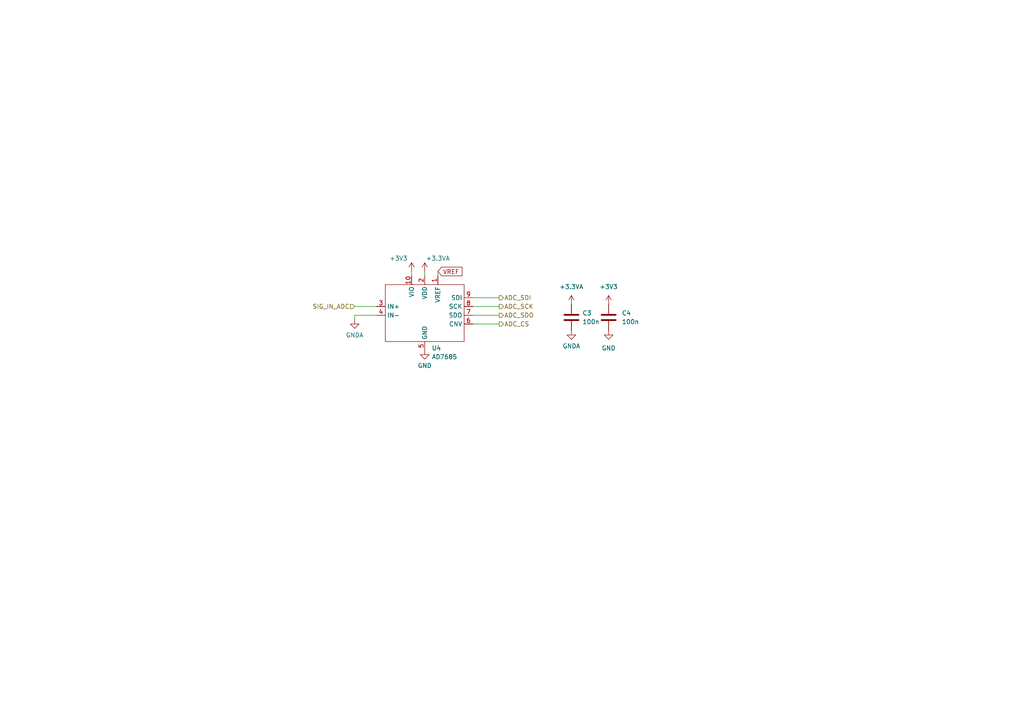
<source format=kicad_sch>
(kicad_sch (version 20211123) (generator eeschema)
  (paper "A4")
  (title_block (title "F.R.E.T. Board") (date "2023-09-27") (rev "1.00") (company "Jim Horwitz, Julia Brubach, Peter Buglewicz"))
  (lib_symbols
    (symbol "Device:C" (pin_numbers hide) (pin_names (offset 0.254))
      (property "Reference" "C" (at 0.635 2.54 0))
      (property "Value" "C" (at 0.635 -2.54 0))
      (symbol "C_0_1"
        (polyline (pts (xy -2.032 -0.762) (xy 2.032 -0.762)) (stroke (width 0.508)))
        (polyline (pts (xy -2.032 0.762) (xy 2.032 0.762)) (stroke (width 0.508)))
      )
      (symbol "C_1_1"
        (pin passive line (at 0 3.81 270) (length 2.794) (name "~") (number "1"))
        (pin passive line (at 0 -3.81 90) (length 2.794) (name "~") (number "2"))
      )
    )
    (symbol "JFHADC:AD7685"
      (property "Reference" "U" (at 10.16 8.89 0))
      (property "Value" "AD7685" (at -11.43 10.16 0))
      (symbol "AD7685_0_0"
        (pin input line (at 3.81 10.16 270) (length 2.54) (name "VREF") (number "1"))
        (pin power_in line (at -3.81 10.16 270) (length 2.54) (name "VIO") (number "10"))
        (pin power_in line (at 0 10.16 270) (length 2.54) (name "VDD") (number "2"))
        (pin input line (at -13.97 1.27 0) (length 2.54) (name "IN+") (number "3"))
        (pin input line (at -13.97 -1.27 0) (length 2.54) (name "IN-") (number "4"))
        (pin power_in line (at 0 -11.43 90) (length 2.54) (name "GND") (number "5"))
        (pin input line (at 13.97 -3.81 180) (length 2.54) (name "CNV") (number "6"))
        (pin output line (at 13.97 -1.27 180) (length 2.54) (name "SDO") (number "7"))
        (pin input line (at 13.97 1.27 180) (length 2.54) (name "SCK") (number "8"))
        (pin input line (at 13.97 3.81 180) (length 2.54) (name "SDI") (number "9"))
      )
      (symbol "AD7685_0_1"
        (rectangle (start -11.43 7.62) (end 11.43 -8.89))
      )
    )
    (symbol "power:+3.3V" (power) (pin_names (offset 0))
      (property "Value" "+3.3V" (at 0 3.556 0))
      (symbol "+3.3V_0_1"
        (polyline (pts (xy -0.762 1.27) (xy 0 2.54)))
        (polyline (pts (xy 0 0) (xy 0 2.54)))
        (polyline (pts (xy 0 2.54) (xy 0.762 1.27)))
      )
      (symbol "+3.3V_1_1"
        (pin power_in line (at 0 0 90) (length 0) hide (name "+3V3") (number "1"))
      )
    )
    (symbol "power:+3.3VA" (power) (pin_names (offset 0))
      (property "Value" "+3.3VA" (at 0 3.556 0))
      (symbol "+3.3VA_0_1"
        (polyline (pts (xy -0.762 1.27) (xy 0 2.54)))
        (polyline (pts (xy 0 0) (xy 0 2.54)))
        (polyline (pts (xy 0 2.54) (xy 0.762 1.27)))
      )
      (symbol "+3.3VA_1_1"
        (pin power_in line (at 0 0 90) (length 0) hide (name "+3.3VA") (number "1"))
      )
    )
    (symbol "power:GND" (power) (pin_names (offset 0))
      (property "Value" "GND" (at 0 -3.81 0))
      (symbol "GND_0_1"
        (polyline (pts (xy 0 0) (xy 0 -1.27) (xy 1.27 -1.27) (xy 0 -2.54) (xy -1.27 -1.27) (xy 0 -1.27)))
      )
      (symbol "GND_1_1"
        (pin power_in line (at 0 0 270) (length 0) hide (name "GND") (number "1"))
      )
    )
    (symbol "power:GNDA" (power) (pin_names (offset 0))
      (property "Value" "GNDA" (at 0 -3.81 0))
      (symbol "GNDA_0_1"
        (polyline (pts (xy 0 0) (xy 0 -1.27) (xy 1.27 -1.27) (xy 0 -2.54) (xy -1.27 -1.27) (xy 0 -1.27)))
      )
      (symbol "GNDA_1_1"
        (pin power_in line (at 0 0 270) (length 0) hide (name "GNDA") (number "1"))
      )
    )
  )
  (wire (pts (xy 123.19 78.74) (xy 123.19 80.01)))
  (wire (pts (xy 144.78 86.36) (xy 137.16 86.36)))
  (wire (pts (xy 102.87 92.71) (xy 102.87 91.44)))
  (wire (pts (xy 102.87 88.9) (xy 109.22 88.9)))
  (wire (pts (xy 119.38 78.74) (xy 119.38 80.01)))
  (wire (pts (xy 102.87 91.44) (xy 109.22 91.44)))
  (wire (pts (xy 137.16 91.44) (xy 144.78 91.44)))
  (wire (pts (xy 144.78 88.9) (xy 137.16 88.9)))
  (wire (pts (xy 144.78 93.98) (xy 137.16 93.98)))
  (wire (pts (xy 127 78.74) (xy 127 80.01)))
  (global_label "VREF" (shape input) (at 127 78.74 0) (property "Intersheet References" "${INTERSHEET_REFS}" (effects hide)))
  (hierarchical_label "ADC_SDI" (shape output) (at 144.78 86.36 0))
  (hierarchical_label "ADC_SCK" (shape output) (at 144.78 88.9 0))
  (hierarchical_label "ADC_SDO" (shape output) (at 144.78 91.44 0))
  (hierarchical_label "ADC_CS" (shape output) (at 144.78 93.98 0))
  (hierarchical_label "SIG_IN_ADC" (shape input) (at 102.87 88.9 180))
  (symbol (lib_id "JFHADC:AD7685") (at 123.19 90.17 0) (unit 1)
    (property "Reference" "U4" (at 125.2094 100.965 0) (effects (justify left)))
    (property "Value" "AD7685" (at 125.2094 103.505 0) (effects (justify left)))
    (property "Footprint" "Package_SO:MSOP-10_3x3mm_P0.5mm" (effects hide))
    (property "Datasheet" "https://jlcpcb.com/partdetail/AnalogDevices-AD7685BRMZRL7/C44637" (effects hide))
    (property "LCSC Part Number" "C44637" (effects hide))
  )
  (symbol (lib_id "power:GNDA") (at 165.735 95.885 0) (unit 1)
    (property "Reference" "#PWR0142" (effects hide))
    (property "Value" "GNDA" (at 165.735 100.3737 0))
  )
  (symbol (lib_id "power:GND") (at 123.19 101.6 0) (unit 1)
    (property "Reference" "#PWR0138" (effects hide))
    (property "Value" "GND" (at 123.19 106.045 0))
  )
  (symbol (lib_id "power:+3.3V") (at 176.53 88.265 0) (unit 1)
    (property "Reference" "#PWR0143" (effects hide))
    (property "Value" "+3.3V" (at 176.53 83.185 0))
  )
  (symbol (lib_id "power:GNDA") (at 102.87 92.71 0) (unit 1)
    (property "Reference" "#PWR0141" (effects hide))
    (property "Value" "GNDA" (at 102.87 97.1987 0))
  )
  (symbol (lib_id "power:+3.3VA") (at 165.735 88.265 0) (unit 1)
    (property "Reference" "#PWR0144" (effects hide))
    (property "Value" "+3.3VA" (at 165.735 83.185 0))
  )
  (symbol (lib_id "power:+3.3V") (at 119.38 78.74 0) (unit 1)
    (property "Reference" "#PWR0140" (effects hide))
    (property "Value" "+3.3V" (at 115.57 74.93 0))
  )
  (symbol (lib_id "Device:C") (at 176.53 92.075 0) (unit 1)
    (property "Reference" "C4" (at 180.34 90.8049 0) (effects (justify left)))
    (property "Value" "100n" (at 180.34 93.3449 0) (effects (justify left)))
    (property "Footprint" "Capacitor_SMD:C_0603_1608Metric" (effects hide))
  )
  (symbol (lib_id "Device:C") (at 165.735 92.075 0) (unit 1)
    (property "Reference" "C3" (at 168.91 90.8049 0) (effects (justify left)))
    (property "Value" "100n" (at 168.91 93.3449 0) (effects (justify left)))
    (property "Footprint" "Capacitor_SMD:C_0603_1608Metric" (effects hide))
  )
  (symbol (lib_id "power:+3.3VA") (at 123.19 78.74 0) (unit 1)
    (property "Reference" "#PWR0139" (effects hide))
    (property "Value" "+3.3VA" (at 127 74.93 0))
  )
  (symbol (lib_id "power:GND") (at 176.53 95.885 0) (unit 1)
    (property "Reference" "#PWR0146" (effects hide))
    (property "Value" "GND" (at 176.53 100.965 0))
  )
)
</source>
